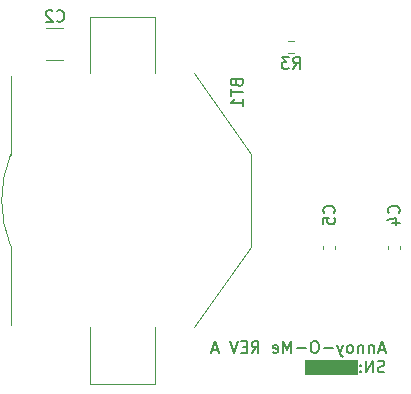
<source format=gbr>
%TF.GenerationSoftware,KiCad,Pcbnew,(5.1.9)-1*%
%TF.CreationDate,2021-02-25T21:12:44-03:30*%
%TF.ProjectId,annoy-o-me,616e6e6f-792d-46f2-9d6d-652e6b696361,rev?*%
%TF.SameCoordinates,Original*%
%TF.FileFunction,Legend,Bot*%
%TF.FilePolarity,Positive*%
%FSLAX46Y46*%
G04 Gerber Fmt 4.6, Leading zero omitted, Abs format (unit mm)*
G04 Created by KiCad (PCBNEW (5.1.9)-1) date 2021-02-25 21:12:44*
%MOMM*%
%LPD*%
G01*
G04 APERTURE LIST*
%ADD10C,0.100000*%
%ADD11C,0.150000*%
%ADD12C,0.120000*%
G04 APERTURE END LIST*
D10*
G36*
X130850000Y-131200000D02*
G01*
X126450000Y-131200000D01*
X126450000Y-130000000D01*
X130850000Y-130000000D01*
X130850000Y-131200000D01*
G37*
X130850000Y-131200000D02*
X126450000Y-131200000D01*
X126450000Y-130000000D01*
X130850000Y-130000000D01*
X130850000Y-131200000D01*
D11*
X133162023Y-129141666D02*
X132685833Y-129141666D01*
X133257261Y-129427380D02*
X132923928Y-128427380D01*
X132590595Y-129427380D01*
X132257261Y-128760714D02*
X132257261Y-129427380D01*
X132257261Y-128855952D02*
X132209642Y-128808333D01*
X132114404Y-128760714D01*
X131971547Y-128760714D01*
X131876309Y-128808333D01*
X131828690Y-128903571D01*
X131828690Y-129427380D01*
X131352500Y-128760714D02*
X131352500Y-129427380D01*
X131352500Y-128855952D02*
X131304880Y-128808333D01*
X131209642Y-128760714D01*
X131066785Y-128760714D01*
X130971547Y-128808333D01*
X130923928Y-128903571D01*
X130923928Y-129427380D01*
X130304880Y-129427380D02*
X130400119Y-129379761D01*
X130447738Y-129332142D01*
X130495357Y-129236904D01*
X130495357Y-128951190D01*
X130447738Y-128855952D01*
X130400119Y-128808333D01*
X130304880Y-128760714D01*
X130162023Y-128760714D01*
X130066785Y-128808333D01*
X130019166Y-128855952D01*
X129971547Y-128951190D01*
X129971547Y-129236904D01*
X130019166Y-129332142D01*
X130066785Y-129379761D01*
X130162023Y-129427380D01*
X130304880Y-129427380D01*
X129638214Y-128760714D02*
X129400119Y-129427380D01*
X129162023Y-128760714D02*
X129400119Y-129427380D01*
X129495357Y-129665476D01*
X129542976Y-129713095D01*
X129638214Y-129760714D01*
X128781071Y-129046428D02*
X128019166Y-129046428D01*
X127352500Y-128427380D02*
X127162023Y-128427380D01*
X127066785Y-128475000D01*
X126971547Y-128570238D01*
X126923928Y-128760714D01*
X126923928Y-129094047D01*
X126971547Y-129284523D01*
X127066785Y-129379761D01*
X127162023Y-129427380D01*
X127352500Y-129427380D01*
X127447738Y-129379761D01*
X127542976Y-129284523D01*
X127590595Y-129094047D01*
X127590595Y-128760714D01*
X127542976Y-128570238D01*
X127447738Y-128475000D01*
X127352500Y-128427380D01*
X126495357Y-129046428D02*
X125733452Y-129046428D01*
X125257261Y-129427380D02*
X125257261Y-128427380D01*
X124923928Y-129141666D01*
X124590595Y-128427380D01*
X124590595Y-129427380D01*
X123733452Y-129379761D02*
X123828690Y-129427380D01*
X124019166Y-129427380D01*
X124114404Y-129379761D01*
X124162023Y-129284523D01*
X124162023Y-128903571D01*
X124114404Y-128808333D01*
X124019166Y-128760714D01*
X123828690Y-128760714D01*
X123733452Y-128808333D01*
X123685833Y-128903571D01*
X123685833Y-128998809D01*
X124162023Y-129094047D01*
X121923928Y-129427380D02*
X122257261Y-128951190D01*
X122495357Y-129427380D02*
X122495357Y-128427380D01*
X122114404Y-128427380D01*
X122019166Y-128475000D01*
X121971547Y-128522619D01*
X121923928Y-128617857D01*
X121923928Y-128760714D01*
X121971547Y-128855952D01*
X122019166Y-128903571D01*
X122114404Y-128951190D01*
X122495357Y-128951190D01*
X121495357Y-128903571D02*
X121162023Y-128903571D01*
X121019166Y-129427380D02*
X121495357Y-129427380D01*
X121495357Y-128427380D01*
X121019166Y-128427380D01*
X120733452Y-128427380D02*
X120400119Y-129427380D01*
X120066785Y-128427380D01*
X119019166Y-129141666D02*
X118542976Y-129141666D01*
X119114404Y-129427380D02*
X118781071Y-128427380D01*
X118447738Y-129427380D01*
X133162023Y-131029761D02*
X133019166Y-131077380D01*
X132781071Y-131077380D01*
X132685833Y-131029761D01*
X132638214Y-130982142D01*
X132590595Y-130886904D01*
X132590595Y-130791666D01*
X132638214Y-130696428D01*
X132685833Y-130648809D01*
X132781071Y-130601190D01*
X132971547Y-130553571D01*
X133066785Y-130505952D01*
X133114404Y-130458333D01*
X133162023Y-130363095D01*
X133162023Y-130267857D01*
X133114404Y-130172619D01*
X133066785Y-130125000D01*
X132971547Y-130077380D01*
X132733452Y-130077380D01*
X132590595Y-130125000D01*
X132162023Y-131077380D02*
X132162023Y-130077380D01*
X131590595Y-131077380D01*
X131590595Y-130077380D01*
X131114404Y-130982142D02*
X131066785Y-131029761D01*
X131114404Y-131077380D01*
X131162023Y-131029761D01*
X131114404Y-130982142D01*
X131114404Y-131077380D01*
X131114404Y-130458333D02*
X131066785Y-130505952D01*
X131114404Y-130553571D01*
X131162023Y-130505952D01*
X131114404Y-130458333D01*
X131114404Y-130553571D01*
D12*
%TO.C,BT1*%
X108250000Y-132050000D02*
X108250000Y-127250000D01*
X113750000Y-132050000D02*
X108250000Y-132050000D01*
X113750000Y-127250000D02*
X113750000Y-132050000D01*
X113750000Y-100950000D02*
X113750000Y-105750000D01*
X108250000Y-100950000D02*
X113750000Y-100950000D01*
X108250000Y-105750000D02*
X108250000Y-100950000D01*
X101500000Y-127050000D02*
X101500000Y-120350000D01*
X101500000Y-105950000D02*
X101500000Y-112650000D01*
X121850000Y-120450000D02*
X117050000Y-127250000D01*
X121850000Y-112550000D02*
X121850000Y-120450000D01*
X117050000Y-105700000D02*
X121850000Y-112550000D01*
X101498536Y-112653615D02*
G75*
G03*
X101500000Y-120350000I9501464J-3846385D01*
G01*
%TO.C,C2*%
X105961252Y-104610000D02*
X104538748Y-104610000D01*
X105961252Y-101890000D02*
X104538748Y-101890000D01*
%TO.C,C4*%
X134510000Y-120353733D02*
X134510000Y-120646267D01*
X133490000Y-120353733D02*
X133490000Y-120646267D01*
%TO.C,C5*%
X127990000Y-120353733D02*
X127990000Y-120646267D01*
X129010000Y-120353733D02*
X129010000Y-120646267D01*
%TO.C,R3*%
X124995276Y-104022500D02*
X125504724Y-104022500D01*
X124995276Y-102977500D02*
X125504724Y-102977500D01*
%TO.C,BT1*%
D11*
X120628571Y-106564285D02*
X120676190Y-106707142D01*
X120723809Y-106754761D01*
X120819047Y-106802380D01*
X120961904Y-106802380D01*
X121057142Y-106754761D01*
X121104761Y-106707142D01*
X121152380Y-106611904D01*
X121152380Y-106230952D01*
X120152380Y-106230952D01*
X120152380Y-106564285D01*
X120200000Y-106659523D01*
X120247619Y-106707142D01*
X120342857Y-106754761D01*
X120438095Y-106754761D01*
X120533333Y-106707142D01*
X120580952Y-106659523D01*
X120628571Y-106564285D01*
X120628571Y-106230952D01*
X120152380Y-107088095D02*
X120152380Y-107659523D01*
X121152380Y-107373809D02*
X120152380Y-107373809D01*
X121152380Y-108516666D02*
X121152380Y-107945238D01*
X121152380Y-108230952D02*
X120152380Y-108230952D01*
X120295238Y-108135714D01*
X120390476Y-108040476D01*
X120438095Y-107945238D01*
%TO.C,C2*%
X105416666Y-101307142D02*
X105464285Y-101354761D01*
X105607142Y-101402380D01*
X105702380Y-101402380D01*
X105845238Y-101354761D01*
X105940476Y-101259523D01*
X105988095Y-101164285D01*
X106035714Y-100973809D01*
X106035714Y-100830952D01*
X105988095Y-100640476D01*
X105940476Y-100545238D01*
X105845238Y-100450000D01*
X105702380Y-100402380D01*
X105607142Y-100402380D01*
X105464285Y-100450000D01*
X105416666Y-100497619D01*
X105035714Y-100497619D02*
X104988095Y-100450000D01*
X104892857Y-100402380D01*
X104654761Y-100402380D01*
X104559523Y-100450000D01*
X104511904Y-100497619D01*
X104464285Y-100592857D01*
X104464285Y-100688095D01*
X104511904Y-100830952D01*
X105083333Y-101402380D01*
X104464285Y-101402380D01*
%TO.C,C4*%
X134357142Y-117583333D02*
X134404761Y-117535714D01*
X134452380Y-117392857D01*
X134452380Y-117297619D01*
X134404761Y-117154761D01*
X134309523Y-117059523D01*
X134214285Y-117011904D01*
X134023809Y-116964285D01*
X133880952Y-116964285D01*
X133690476Y-117011904D01*
X133595238Y-117059523D01*
X133500000Y-117154761D01*
X133452380Y-117297619D01*
X133452380Y-117392857D01*
X133500000Y-117535714D01*
X133547619Y-117583333D01*
X133785714Y-118440476D02*
X134452380Y-118440476D01*
X133404761Y-118202380D02*
X134119047Y-117964285D01*
X134119047Y-118583333D01*
%TO.C,C5*%
X128857142Y-117583333D02*
X128904761Y-117535714D01*
X128952380Y-117392857D01*
X128952380Y-117297619D01*
X128904761Y-117154761D01*
X128809523Y-117059523D01*
X128714285Y-117011904D01*
X128523809Y-116964285D01*
X128380952Y-116964285D01*
X128190476Y-117011904D01*
X128095238Y-117059523D01*
X128000000Y-117154761D01*
X127952380Y-117297619D01*
X127952380Y-117392857D01*
X128000000Y-117535714D01*
X128047619Y-117583333D01*
X127952380Y-118488095D02*
X127952380Y-118011904D01*
X128428571Y-117964285D01*
X128380952Y-118011904D01*
X128333333Y-118107142D01*
X128333333Y-118345238D01*
X128380952Y-118440476D01*
X128428571Y-118488095D01*
X128523809Y-118535714D01*
X128761904Y-118535714D01*
X128857142Y-118488095D01*
X128904761Y-118440476D01*
X128952380Y-118345238D01*
X128952380Y-118107142D01*
X128904761Y-118011904D01*
X128857142Y-117964285D01*
%TO.C,R3*%
X125416666Y-105382380D02*
X125750000Y-104906190D01*
X125988095Y-105382380D02*
X125988095Y-104382380D01*
X125607142Y-104382380D01*
X125511904Y-104430000D01*
X125464285Y-104477619D01*
X125416666Y-104572857D01*
X125416666Y-104715714D01*
X125464285Y-104810952D01*
X125511904Y-104858571D01*
X125607142Y-104906190D01*
X125988095Y-104906190D01*
X125083333Y-104382380D02*
X124464285Y-104382380D01*
X124797619Y-104763333D01*
X124654761Y-104763333D01*
X124559523Y-104810952D01*
X124511904Y-104858571D01*
X124464285Y-104953809D01*
X124464285Y-105191904D01*
X124511904Y-105287142D01*
X124559523Y-105334761D01*
X124654761Y-105382380D01*
X124940476Y-105382380D01*
X125035714Y-105334761D01*
X125083333Y-105287142D01*
%TD*%
M02*

</source>
